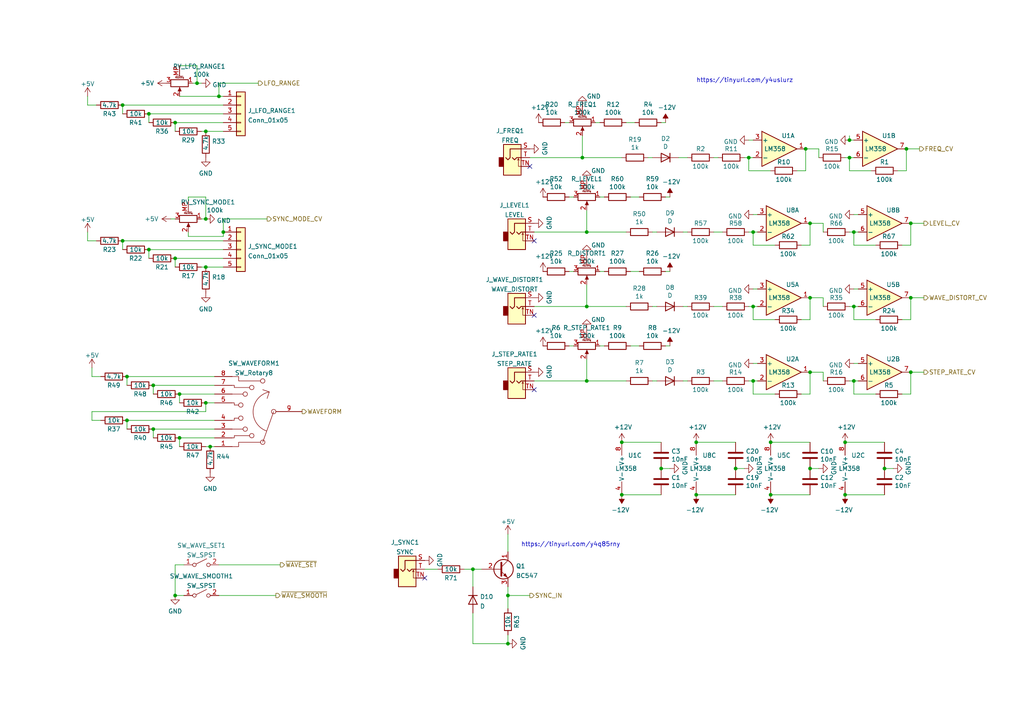
<source format=kicad_sch>
(kicad_sch (version 20211123) (generator eeschema)
  (paper "A4")
  (title_block (title "VCLFO10") (date "2022-06-29") (rev "1.0") (company "RobotDialogs"))
  (lib_symbols
    (symbol "Amplifier_Operational:LM358" (pin_names (offset 0.127))
      (property "Reference" "U" (at 0 5.08 0))
      (property "Value" "LM358" (at 0 -5.08 0))
      (symbol "LM358_1_1"
        (pin output line (at 7.62 0 180) (length 2.54) (name "~") (number "1"))
        (pin input line (at -7.62 -2.54 0) (length 2.54) (name "-") (number "2"))
        (pin input line (at -7.62 2.54 0) (length 2.54) (name "+") (number "3"))
      )
      (symbol "LM358_2_1"
        (pin input line (at -7.62 2.54 0) (length 2.54) (name "+") (number "5"))
        (pin input line (at -7.62 -2.54 0) (length 2.54) (name "-") (number "6"))
        (pin output line (at 7.62 0 180) (length 2.54) (name "~") (number "7"))
      )
      (symbol "LM358_3_1"
        (pin power_in line (at -2.54 -7.62 90) (length 3.81) (name "V-") (number "4"))
        (pin power_in line (at -2.54 7.62 270) (length 3.81) (name "V+") (number "8"))
      )
    )
    (symbol "Connector:AudioJack2_SwitchT"
      (property "Reference" "J" (at 0 8.89 0))
      (property "Value" "AudioJack2_SwitchT" (at 0 6.35 0))
      (symbol "AudioJack2_SwitchT_1_1"
        (pin passive line (at 5.08 2.54 180) (length 2.54) (name "~") (number "S"))
        (pin passive line (at 5.08 0 180) (length 2.54) (name "~") (number "T"))
        (pin passive line (at 5.08 -2.54 180) (length 2.54) (name "~") (number "TN"))
      )
    )
    (symbol "Connector_Generic:Conn_01x05" (pin_names (offset 1.016) hide)
      (property "Reference" "J" (at 0 7.62 0))
      (property "Value" "Conn_01x05" (at 0 -7.62 0))
      (symbol "Conn_01x05_1_1"
        (pin passive line (at -5.08 5.08 0) (length 3.81) (name "Pin_1") (number "1"))
        (pin passive line (at -5.08 2.54 0) (length 3.81) (name "Pin_2") (number "2"))
        (pin passive line (at -5.08 0 0) (length 3.81) (name "Pin_3") (number "3"))
        (pin passive line (at -5.08 -2.54 0) (length 3.81) (name "Pin_4") (number "4"))
        (pin passive line (at -5.08 -5.08 0) (length 3.81) (name "Pin_5") (number "5"))
      )
    )
    (symbol "Device:C" (pin_numbers hide) (pin_names (offset 0.254))
      (property "Reference" "C" (at 0.635 2.54 0))
      (property "Value" "C" (at 0.635 -2.54 0))
      (symbol "C_1_1"
        (pin passive line (at 0 3.81 270) (length 2.794) (name "~") (number "1"))
        (pin passive line (at 0 -3.81 90) (length 2.794) (name "~") (number "2"))
      )
    )
    (symbol "Device:D" (pin_numbers hide) (pin_names (offset 1.016) hide)
      (property "Reference" "D" (at 0 2.54 0))
      (property "Value" "D" (at 0 -2.54 0))
      (symbol "D_1_1"
        (pin passive line (at -3.81 0 0) (length 2.54) (name "K") (number "1"))
        (pin passive line (at 3.81 0 180) (length 2.54) (name "A") (number "2"))
      )
    )
    (symbol "Device:R" (pin_numbers hide) (pin_names (offset 0))
      (property "Reference" "R" (at 2.032 0 90))
      (property "Value" "R" (at 0 0 90))
      (symbol "R_1_1"
        (pin passive line (at 0 3.81 270) (length 1.27) (name "~") (number "1"))
        (pin passive line (at 0 -3.81 90) (length 1.27) (name "~") (number "2"))
      )
    )
    (symbol "Device:R_Potentiometer_MountingPin" (pin_names (offset 1.016) hide)
      (property "Reference" "RV" (at -8.255 0 90))
      (property "Value" "R_Potentiometer_MountingPin" (at -6.35 0 90))
      (symbol "R_Potentiometer_MountingPin_1_1"
        (text "Mounting" (at -1.651 0 900) (effects (font (size 0.381 0.381))))
        (pin passive line (at 0 3.81 270) (length 1.27) (name "1") (number "1"))
        (pin passive line (at 3.81 0 180) (length 1.27) (name "2") (number "2"))
        (pin passive line (at 0 -3.81 90) (length 1.27) (name "3") (number "3"))
        (pin passive line (at -5.08 0 0) (length 3.048) (name "MountPin") (number "MP"))
      )
    )
    (symbol "My Stuff:SW_Rotary8" (pin_names (offset 1.016) hide)
      (property "Reference" "SW" (at 0 12.7 0))
      (property "Value" "SW_Rotary8" (at -0.254 -12.954 0))
      (symbol "SW_Rotary8_0_1"
        (pin passive line (at 10.16 10.16 180) (length 5.08) (name "1") (number "1"))
        (pin passive line (at 10.16 7.62 180) (length 5.08) (name "2") (number "2"))
        (pin passive line (at 10.16 5.08 180) (length 5.08) (name "3") (number "3"))
        (pin passive line (at 10.16 2.54 180) (length 5.08) (name "4") (number "4"))
        (pin passive line (at 10.16 -2.54 180) (length 5.08) (name "5") (number "5"))
        (pin passive line (at 10.16 -5.08 180) (length 5.08) (name "6") (number "6"))
        (pin passive line (at 10.16 -7.62 180) (length 5.08) (name "7") (number "7"))
        (pin passive line (at 10.16 -10.16 180) (length 5.08) (name "8") (number "8"))
        (pin passive line (at -15.24 0 0) (length 7.62) (name "9") (number "9"))
      )
    )
    (symbol "Switch:SW_SPST" (pin_names (offset 0) hide)
      (property "Reference" "SW" (at 0 3.175 0))
      (property "Value" "SW_SPST" (at 0 -2.54 0))
      (symbol "SW_SPST_1_1"
        (pin passive line (at -5.08 0 0) (length 2.54) (name "A") (number "1"))
        (pin passive line (at 5.08 0 180) (length 2.54) (name "B") (number "2"))
      )
    )
    (symbol "Transistor_BJT:BC547" (pin_names (offset 0) hide)
      (property "Reference" "Q" (at 5.08 1.905 0))
      (property "Value" "BC547" (at 5.08 0 0))
      (symbol "BC547_1_1"
        (pin passive line (at 2.54 5.08 270) (length 2.54) (name "C") (number "1"))
        (pin input line (at -5.08 0 0) (length 5.08) (name "B") (number "2"))
        (pin passive line (at 2.54 -5.08 90) (length 2.54) (name "E") (number "3"))
      )
    )
    (symbol "power:+12V" (power) (pin_names (offset 0))
      (property "Value" "+12V" (at 0 3.556 0))
      (symbol "+12V_1_1"
        (pin power_in line (at 0 0 90) (length 0) hide (name "+12V") (number "1"))
      )
    )
    (symbol "power:+5V" (power) (pin_names (offset 0))
      (property "Value" "+5V" (at 0 3.556 0))
      (symbol "+5V_1_1"
        (pin power_in line (at 0 0 90) (length 0) hide (name "+5V") (number "1"))
      )
    )
    (symbol "power:-12V" (power) (pin_names (offset 0))
      (property "Value" "-12V" (at 0 3.81 0))
      (symbol "-12V_0_0"
        (pin power_in line (at 0 0 90) (length 0) hide (name "-12V") (number "1"))
      )
    )
    (symbol "power:GND" (power) (pin_names (offset 0))
      (property "Value" "GND" (at 0 -3.81 0))
      (symbol "GND_1_1"
        (pin power_in line (at 0 0 270) (length 0) hide (name "GND") (number "1"))
      )
    )
  )
  (junction (at 43.18 33.02))
  (junction (at 170.18 110.49))
  (junction (at 59.69 77.47))
  (junction (at 218.44 67.31))
  (junction (at 262.89 43.18))
  (junction (at 191.77 135.89))
  (junction (at 223.52 143.51))
  (junction (at 63.5 27.94))
  (junction (at 246.38 40.64))
  (junction (at 201.93 128.27))
  (junction (at 36.83 121.92))
  (junction (at 234.95 107.95))
  (junction (at 147.32 172.72))
  (junction (at 60.96 129.54))
  (junction (at 43.18 72.39))
  (junction (at 52.07 127))
  (junction (at 234.95 135.89))
  (junction (at 218.44 110.49))
  (junction (at 35.56 69.85))
  (junction (at 44.45 124.46))
  (junction (at 147.32 186.69))
  (junction (at 180.34 128.27))
  (junction (at 44.45 111.76))
  (junction (at 36.83 109.22))
  (junction (at 264.16 107.95))
  (junction (at 35.56 30.48))
  (junction (at 256.54 135.89))
  (junction (at 180.34 143.51))
  (junction (at 64.77 67.31))
  (junction (at 247.65 67.31))
  (junction (at 52.07 114.3))
  (junction (at 50.8 35.56))
  (junction (at 57.15 24.13))
  (junction (at 213.36 135.89))
  (junction (at 168.91 45.72))
  (junction (at 50.8 172.72))
  (junction (at 59.69 38.1))
  (junction (at 247.65 88.9))
  (junction (at 264.16 86.36))
  (junction (at 59.69 116.84))
  (junction (at 245.11 143.51))
  (junction (at 223.52 128.27))
  (junction (at 137.16 165.1))
  (junction (at 234.95 64.77))
  (junction (at 217.17 45.72))
  (junction (at 233.68 43.18))
  (junction (at 59.69 63.5))
  (junction (at 246.38 45.72))
  (junction (at 50.8 74.93))
  (junction (at 170.18 67.31))
  (junction (at 218.44 88.9))
  (junction (at 234.95 86.36))
  (junction (at 201.93 143.51))
  (junction (at 245.11 128.27))
  (junction (at 170.18 88.9))
  (junction (at 247.65 110.49))
  (junction (at 264.16 64.77))
  (no_connect (at 123.19 167.64))
  (no_connect (at 154.94 69.85))
  (no_connect (at 154.94 113.03))
  (no_connect (at 154.94 91.44))
  (no_connect (at 153.67 48.26))
  (wire (pts (xy 64.77 68.58) (xy 64.77 67.31)))
  (wire (pts (xy 43.18 72.39) (xy 43.18 74.93)))
  (wire (pts (xy 64.77 38.1) (xy 59.69 38.1)))
  (wire (pts (xy 264.16 114.3) (xy 261.62 114.3)))
  (wire (pts (xy 264.16 64.77) (xy 267.97 64.77)))
  (wire (pts (xy 168.91 45.72) (xy 180.34 45.72)))
  (wire (pts (xy 247.65 105.41) (xy 248.92 105.41)))
  (wire (pts (xy 264.16 71.12) (xy 261.62 71.12)))
  (wire (pts (xy 54.61 67.31) (xy 54.61 68.58)))
  (wire (pts (xy 218.44 62.23) (xy 219.71 62.23)))
  (wire (pts (xy 170.18 110.49) (xy 181.61 110.49)))
  (wire (pts (xy 234.95 86.36) (xy 238.76 86.36)))
  (wire (pts (xy 63.5 27.94) (xy 64.77 27.94)))
  (wire (pts (xy 245.11 45.72) (xy 246.38 45.72)))
  (wire (pts (xy 59.69 116.84) (xy 62.23 116.84)))
  (wire (pts (xy 246.38 67.31) (xy 247.65 67.31)))
  (wire (pts (xy 44.45 124.46) (xy 44.45 127)))
  (wire (pts (xy 252.73 49.53) (xy 246.38 49.53)))
  (wire (pts (xy 262.89 43.18) (xy 266.7 43.18)))
  (wire (pts (xy 59.69 129.54) (xy 60.96 129.54)))
  (wire (pts (xy 134.62 165.1) (xy 137.16 165.1)))
  (wire (pts (xy 64.77 35.56) (xy 50.8 35.56)))
  (wire (pts (xy 172.72 35.56) (xy 173.99 35.56)))
  (wire (pts (xy 234.95 92.71) (xy 232.41 92.71)))
  (wire (pts (xy 52.07 114.3) (xy 62.23 114.3)))
  (wire (pts (xy 254 71.12) (xy 247.65 71.12)))
  (wire (pts (xy 137.16 170.18) (xy 137.16 165.1)))
  (wire (pts (xy 264.16 86.36) (xy 267.97 86.36)))
  (wire (pts (xy 207.01 88.9) (xy 209.55 88.9)))
  (wire (pts (xy 217.17 45.72) (xy 218.44 45.72)))
  (wire (pts (xy 247.65 71.12) (xy 247.65 67.31)))
  (wire (pts (xy 154.94 67.31) (xy 170.18 67.31)))
  (wire (pts (xy 207.01 45.72) (xy 208.28 45.72)))
  (wire (pts (xy 36.83 109.22) (xy 62.23 109.22)))
  (wire (pts (xy 223.52 143.51) (xy 234.95 143.51)))
  (wire (pts (xy 63.5 24.13) (xy 63.5 27.94)))
  (wire (pts (xy 234.95 71.12) (xy 232.41 71.12)))
  (wire (pts (xy 168.91 39.37) (xy 168.91 45.72)))
  (wire (pts (xy 238.76 107.95) (xy 238.76 110.49)))
  (wire (pts (xy 52.07 19.05) (xy 57.15 19.05)))
  (wire (pts (xy 198.12 88.9) (xy 199.39 88.9)))
  (wire (pts (xy 154.94 88.9) (xy 170.18 88.9)))
  (wire (pts (xy 147.32 172.72) (xy 147.32 176.53)))
  (wire (pts (xy 223.52 49.53) (xy 217.17 49.53)))
  (wire (pts (xy 64.77 30.48) (xy 35.56 30.48)))
  (wire (pts (xy 246.38 40.64) (xy 247.65 40.64)))
  (wire (pts (xy 218.44 67.31) (xy 219.71 67.31)))
  (wire (pts (xy 187.96 45.72) (xy 189.23 45.72)))
  (wire (pts (xy 189.23 110.49) (xy 190.5 110.49)))
  (wire (pts (xy 44.45 111.76) (xy 62.23 111.76)))
  (wire (pts (xy 246.38 45.72) (xy 247.65 45.72)))
  (wire (pts (xy 218.44 92.71) (xy 218.44 88.9)))
  (wire (pts (xy 191.77 135.89) (xy 194.31 135.89)))
  (wire (pts (xy 154.94 110.49) (xy 170.18 110.49)))
  (wire (pts (xy 181.61 35.56) (xy 184.15 35.56)))
  (wire (pts (xy 201.93 143.51) (xy 213.36 143.51)))
  (wire (pts (xy 52.07 27.94) (xy 63.5 27.94)))
  (wire (pts (xy 63.5 172.72) (xy 80.01 172.72)))
  (wire (pts (xy 26.67 121.92) (xy 29.21 121.92)))
  (wire (pts (xy 215.9 45.72) (xy 217.17 45.72)))
  (wire (pts (xy 234.95 86.36) (xy 234.95 92.71)))
  (wire (pts (xy 64.77 77.47) (xy 59.69 77.47)))
  (wire (pts (xy 217.17 88.9) (xy 218.44 88.9)))
  (wire (pts (xy 180.34 128.27) (xy 191.77 128.27)))
  (wire (pts (xy 137.16 186.69) (xy 137.16 177.8)))
  (wire (pts (xy 170.18 82.55) (xy 170.18 88.9)))
  (wire (pts (xy 246.38 49.53) (xy 246.38 45.72)))
  (wire (pts (xy 54.61 68.58) (xy 64.77 68.58)))
  (wire (pts (xy 194.31 78.74) (xy 193.04 78.74)))
  (wire (pts (xy 26.67 121.92) (xy 26.67 119.38)))
  (wire (pts (xy 256.54 135.89) (xy 259.08 135.89)))
  (wire (pts (xy 234.95 107.95) (xy 238.76 107.95)))
  (wire (pts (xy 217.17 67.31) (xy 218.44 67.31)))
  (wire (pts (xy 247.65 67.31) (xy 248.92 67.31)))
  (wire (pts (xy 43.18 33.02) (xy 43.18 35.56)))
  (wire (pts (xy 54.61 57.15) (xy 59.69 57.15)))
  (wire (pts (xy 245.11 128.27) (xy 256.54 128.27)))
  (wire (pts (xy 247.65 62.23) (xy 248.92 62.23)))
  (wire (pts (xy 193.04 35.56) (xy 191.77 35.56)))
  (wire (pts (xy 123.19 165.1) (xy 127 165.1)))
  (wire (pts (xy 173.99 78.74) (xy 175.26 78.74)))
  (wire (pts (xy 58.42 24.13) (xy 57.15 24.13)))
  (wire (pts (xy 170.18 67.31) (xy 181.61 67.31)))
  (wire (pts (xy 218.44 114.3) (xy 218.44 110.49)))
  (wire (pts (xy 264.16 92.71) (xy 261.62 92.71)))
  (wire (pts (xy 246.38 110.49) (xy 247.65 110.49)))
  (wire (pts (xy 246.38 88.9) (xy 247.65 88.9)))
  (wire (pts (xy 213.36 135.89) (xy 215.9 135.89)))
  (wire (pts (xy 264.16 64.77) (xy 264.16 71.12)))
  (wire (pts (xy 246.38 39.37) (xy 246.38 40.64)))
  (wire (pts (xy 224.79 92.71) (xy 218.44 92.71)))
  (wire (pts (xy 238.76 86.36) (xy 238.76 88.9)))
  (wire (pts (xy 64.77 63.5) (xy 64.77 67.31)))
  (wire (pts (xy 247.65 88.9) (xy 248.92 88.9)))
  (wire (pts (xy 198.12 67.31) (xy 199.39 67.31)))
  (wire (pts (xy 234.95 114.3) (xy 232.41 114.3)))
  (wire (pts (xy 218.44 105.41) (xy 219.71 105.41)))
  (wire (pts (xy 36.83 121.92) (xy 62.23 121.92)))
  (wire (pts (xy 182.88 100.33) (xy 185.42 100.33)))
  (wire (pts (xy 234.95 64.77) (xy 234.95 71.12)))
  (wire (pts (xy 170.18 104.14) (xy 170.18 110.49)))
  (wire (pts (xy 50.8 163.83) (xy 50.8 172.72)))
  (wire (pts (xy 217.17 40.64) (xy 218.44 40.64)))
  (wire (pts (xy 25.4 67.31) (xy 25.4 69.85)))
  (wire (pts (xy 50.8 35.56) (xy 50.8 38.1)))
  (wire (pts (xy 36.83 109.22) (xy 36.83 111.76)))
  (wire (pts (xy 147.32 170.18) (xy 147.32 172.72)))
  (wire (pts (xy 53.34 163.83) (xy 50.8 163.83)))
  (wire (pts (xy 264.16 107.95) (xy 264.16 114.3)))
  (wire (pts (xy 64.77 74.93) (xy 50.8 74.93)))
  (wire (pts (xy 59.69 38.1) (xy 58.42 38.1)))
  (wire (pts (xy 147.32 154.94) (xy 147.32 160.02)))
  (wire (pts (xy 63.5 163.83) (xy 81.28 163.83)))
  (wire (pts (xy 64.77 72.39) (xy 43.18 72.39)))
  (wire (pts (xy 218.44 88.9) (xy 219.71 88.9)))
  (wire (pts (xy 234.95 107.95) (xy 234.95 114.3)))
  (wire (pts (xy 64.77 69.85) (xy 35.56 69.85)))
  (wire (pts (xy 173.99 57.15) (xy 175.26 57.15)))
  (wire (pts (xy 233.68 43.18) (xy 237.49 43.18)))
  (wire (pts (xy 262.89 49.53) (xy 260.35 49.53)))
  (wire (pts (xy 50.8 74.93) (xy 50.8 77.47)))
  (wire (pts (xy 217.17 110.49) (xy 218.44 110.49)))
  (wire (pts (xy 234.95 135.89) (xy 237.49 135.89)))
  (wire (pts (xy 52.07 127) (xy 62.23 127)))
  (wire (pts (xy 59.69 57.15) (xy 59.69 63.5)))
  (wire (pts (xy 163.83 35.56) (xy 165.1 35.56)))
  (wire (pts (xy 26.67 109.22) (xy 29.21 109.22)))
  (wire (pts (xy 26.67 119.38) (xy 59.69 119.38)))
  (wire (pts (xy 245.11 143.51) (xy 256.54 143.51)))
  (wire (pts (xy 201.93 128.27) (xy 213.36 128.27)))
  (wire (pts (xy 264.16 86.36) (xy 264.16 92.71)))
  (wire (pts (xy 74.93 24.13) (xy 63.5 24.13)))
  (wire (pts (xy 26.67 106.68) (xy 26.67 109.22)))
  (wire (pts (xy 254 114.3) (xy 247.65 114.3)))
  (wire (pts (xy 165.1 57.15) (xy 166.37 57.15)))
  (wire (pts (xy 59.69 77.47) (xy 58.42 77.47)))
  (wire (pts (xy 147.32 184.15) (xy 147.32 186.69)))
  (wire (pts (xy 57.15 19.05) (xy 57.15 24.13)))
  (wire (pts (xy 25.4 30.48) (xy 27.94 30.48)))
  (wire (pts (xy 254 92.71) (xy 247.65 92.71)))
  (wire (pts (xy 50.8 172.72) (xy 53.34 172.72)))
  (wire (pts (xy 207.01 110.49) (xy 209.55 110.49)))
  (wire (pts (xy 153.67 45.72) (xy 168.91 45.72)))
  (wire (pts (xy 194.31 100.33) (xy 193.04 100.33)))
  (wire (pts (xy 224.79 114.3) (xy 218.44 114.3)))
  (wire (pts (xy 247.65 110.49) (xy 248.92 110.49)))
  (wire (pts (xy 182.88 78.74) (xy 185.42 78.74)))
  (wire (pts (xy 218.44 71.12) (xy 218.44 67.31)))
  (wire (pts (xy 233.68 43.18) (xy 233.68 49.53)))
  (wire (pts (xy 77.47 63.5) (xy 64.77 63.5)))
  (wire (pts (xy 198.12 110.49) (xy 199.39 110.49)))
  (wire (pts (xy 64.77 33.02) (xy 43.18 33.02)))
  (wire (pts (xy 25.4 69.85) (xy 27.94 69.85)))
  (wire (pts (xy 170.18 60.96) (xy 170.18 67.31)))
  (wire (pts (xy 218.44 110.49) (xy 219.71 110.49)))
  (wire (pts (xy 262.89 43.18) (xy 262.89 49.53)))
  (wire (pts (xy 165.1 78.74) (xy 166.37 78.74)))
  (wire (pts (xy 36.83 121.92) (xy 36.83 124.46)))
  (wire (pts (xy 35.56 69.85) (xy 35.56 72.39)))
  (wire (pts (xy 44.45 111.76) (xy 44.45 114.3)))
  (wire (pts (xy 196.85 45.72) (xy 199.39 45.72)))
  (wire (pts (xy 238.76 64.77) (xy 238.76 67.31)))
  (wire (pts (xy 60.96 129.54) (xy 62.23 129.54)))
  (wire (pts (xy 52.07 114.3) (xy 52.07 116.84)))
  (wire (pts (xy 234.95 64.77) (xy 238.76 64.77)))
  (wire (pts (xy 165.1 100.33) (xy 166.37 100.33)))
  (wire (pts (xy 137.16 165.1) (xy 139.7 165.1)))
  (wire (pts (xy 52.07 127) (xy 52.07 129.54)))
  (wire (pts (xy 247.65 92.71) (xy 247.65 88.9)))
  (wire (pts (xy 59.69 116.84) (xy 59.69 119.38)))
  (wire (pts (xy 173.99 100.33) (xy 175.26 100.33)))
  (wire (pts (xy 44.45 124.46) (xy 62.23 124.46)))
  (wire (pts (xy 182.88 57.15) (xy 185.42 57.15)))
  (wire (pts (xy 207.01 67.31) (xy 209.55 67.31)))
  (wire (pts (xy 25.4 27.94) (xy 25.4 30.48)))
  (wire (pts (xy 147.32 172.72) (xy 153.67 172.72)))
  (wire (pts (xy 49.53 63.5) (xy 50.8 63.5)))
  (wire (pts (xy 223.52 128.27) (xy 234.95 128.27)))
  (wire (pts (xy 224.79 71.12) (xy 218.44 71.12)))
  (wire (pts (xy 233.68 49.53) (xy 231.14 49.53)))
  (wire (pts (xy 55.88 24.13) (xy 57.15 24.13)))
  (wire (pts (xy 54.61 58.42) (xy 54.61 57.15)))
  (wire (pts (xy 247.65 114.3) (xy 247.65 110.49)))
  (wire (pts (xy 247.65 83.82) (xy 248.92 83.82)))
  (wire (pts (xy 217.17 49.53) (xy 217.17 45.72)))
  (wire (pts (xy 264.16 107.95) (xy 267.97 107.95)))
  (wire (pts (xy 35.56 30.48) (xy 35.56 33.02)))
  (wire (pts (xy 58.42 63.5) (xy 59.69 63.5)))
  (wire (pts (xy 218.44 83.82) (xy 219.71 83.82)))
  (wire (pts (xy 170.18 88.9) (xy 181.61 88.9)))
  (wire (pts (xy 147.32 186.69) (xy 137.16 186.69)))
  (wire (pts (xy 189.23 67.31) (xy 190.5 67.31)))
  (wire (pts (xy 180.34 143.51) (xy 191.77 143.51)))
  (wire (pts (xy 189.23 88.9) (xy 190.5 88.9)))
  (wire (pts (xy 194.31 57.15) (xy 193.04 57.15)))
  (wire (pts (xy 237.49 43.18) (xy 237.49 45.72)))
  (text "https://tinyurl.com/y4uslurz" (at 201.93 24.13 0) (effects (font (size 1.27 1.27)) (justify left bottom)))
  (text "https://tinyurl.com/y4q85rny" (at 151.13 158.75 0) (effects (font (size 1.27 1.27)) (justify left bottom)))
  (hierarchical_label "~{WAVE_SET}" (shape output) (at 81.28 163.83 0))
  (hierarchical_label "FREQ_CV" (shape output) (at 266.7 43.18 0))
  (hierarchical_label "SYNC_MODE_CV" (shape output) (at 77.47 63.5 0))
  (hierarchical_label "WAVE_DISTORT_CV" (shape output) (at 267.97 86.36 0))
  (hierarchical_label "STEP_RATE_CV" (shape output) (at 267.97 107.95 0))
  (hierarchical_label "SYNC_IN" (shape output) (at 153.67 172.72 0))
  (hierarchical_label "WAVEFORM" (shape output) (at 87.63 119.38 0))
  (hierarchical_label "LFO_RANGE" (shape output) (at 74.93 24.13 0))
  (hierarchical_label "LEVEL_CV" (shape output) (at 267.97 64.77 0))
  (hierarchical_label "~{WAVE_SMOOTH}" (shape output) (at 80.01 172.72 0))
  (symbol (lib_id "Connector_Generic:Conn_01x05") (at 69.85 72.39 0) (unit 1)
    (property "Reference" "J_SYNC_MODE1" (at 71.882 71.4815 0) (effects (justify left)))
    (property "Value" "Conn_01x05" (at 71.882 74.2566 0) (effects (justify left)))
    (property "Footprint" "My Stuff:PinSocket_1x05_P2.54mm_Horizontal_no_silkscreen" (effects hide))
  )
  (symbol (lib_id "power:GND") (at 247.65 62.23 270) (unit 1)
    (property "Reference" "#PWR045" (effects hide))
    (property "Value" "GND" (at 244.4751 62.709 90) (effects (justify right)))
  )
  (symbol (lib_id "Device:R") (at 48.26 114.3 270) (mirror x) (unit 1)
    (property "Reference" "R46" (at 48.26 116.84 90))
    (property "Value" "10k" (at 48.26 114.3 90))
    (property "Footprint" "Resistor_SMD:R_1206_3216Metric_Pad1.30x1.75mm_HandSolder" (effects hide))
  )
  (symbol (lib_id "Device:R") (at 161.29 57.15 90) (unit 1)
    (property "Reference" "R52" (at 161.29 51.8922 90))
    (property "Value" "10k" (at 161.29 54.2036 90))
    (property "Footprint" "Resistor_SMD:R_1206_3216Metric_Pad1.30x1.75mm_HandSolder" (effects hide))
  )
  (symbol (lib_id "Device:R") (at 203.2 45.72 270) (unit 1)
    (property "Reference" "R2" (at 203.2 43.18 90))
    (property "Value" "100k" (at 203.2 48.26 90))
    (property "Footprint" "Resistor_SMD:R_1206_3216Metric_Pad1.30x1.75mm_HandSolder" (effects hide))
  )
  (symbol (lib_id "Device:R") (at 256.54 49.53 270) (unit 1)
    (property "Reference" "R1" (at 256.54 46.99 90))
    (property "Value" "100k" (at 256.54 52.07 90))
    (property "Footprint" "Resistor_SMD:R_1206_3216Metric_Pad1.30x1.75mm_HandSolder" (effects hide))
  )
  (symbol (lib_id "power:+5V") (at 48.26 24.13 90) (mirror x) (unit 1)
    (property "Reference" "#PWR020" (effects hide))
    (property "Value" "+5V" (at 40.64 24.13 90) (effects (justify right)))
  )
  (symbol (lib_id "Device:R") (at 179.07 78.74 90) (unit 1)
    (property "Reference" "R27" (at 179.07 73.4822 90))
    (property "Value" "100k" (at 179.07 75.7936 90))
    (property "Footprint" "Resistor_SMD:R_1206_3216Metric_Pad1.30x1.75mm_HandSolder" (effects hide))
  )
  (symbol (lib_id "Device:R") (at 242.57 67.31 270) (unit 1)
    (property "Reference" "R66" (at 242.57 64.77 90))
    (property "Value" "100k" (at 242.57 69.85 90))
    (property "Footprint" "Resistor_SMD:R_1206_3216Metric_Pad1.30x1.75mm_HandSolder" (effects hide))
  )
  (symbol (lib_id "Device:R") (at 46.99 35.56 270) (mirror x) (unit 1)
    (property "Reference" "R36" (at 46.99 38.1 90))
    (property "Value" "10k" (at 46.99 35.56 90))
    (property "Footprint" "Resistor_SMD:R_1206_3216Metric_Pad1.30x1.75mm_HandSolder" (effects hide))
  )
  (symbol (lib_id "Device:D") (at 194.31 88.9 180) (unit 1)
    (property "Reference" "D8" (at 194.31 83.3882 0))
    (property "Value" "D" (at 194.31 85.6996 0))
    (property "Footprint" "Diode_THT:D_A-405_P7.62mm_Horizontal" (effects hide))
  )
  (symbol (lib_id "Device:R") (at 213.36 88.9 270) (unit 1)
    (property "Reference" "R38" (at 213.36 86.36 90))
    (property "Value" "100k" (at 213.36 91.44 90))
    (property "Footprint" "Resistor_SMD:R_1206_3216Metric_Pad1.30x1.75mm_HandSolder" (effects hide))
  )
  (symbol (lib_id "Amplifier_Operational:LM358") (at 247.65 135.89 0) (unit 3)
    (property "Reference" "U2" (at 248.92 132.08 0))
    (property "Value" "LM358" (at 246.38 135.89 0))
    (property "Footprint" "Package_DIP:DIP-8_W7.62mm_Socket_LongPads" (effects hide))
    (property "Datasheet" "http://www.ti.com/lit/ds/symlink/lm2904-n.pdf" (effects hide))
  )
  (symbol (lib_id "Device:R") (at 59.69 41.91 0) (mirror y) (unit 1)
    (property "Reference" "R33" (at 61.468 41.0015 0) (effects (justify right)))
    (property "Value" "4.7k" (at 59.69 39.37 90) (effects (justify right)))
    (property "Footprint" "Resistor_SMD:R_1206_3216Metric_Pad1.30x1.75mm_HandSolder" (effects hide))
  )
  (symbol (lib_id "power:GND") (at 154.94 64.77 90) (unit 1)
    (property "Reference" "#PWR057" (effects hide))
    (property "Value" "GND" (at 159.3342 64.643 0))
  )
  (symbol (lib_id "power:+5V") (at 147.32 154.94 0) (mirror y) (unit 1)
    (property "Reference" "#PWR016" (effects hide))
    (property "Value" "+5V" (at 147.32 151.3355 0))
  )
  (symbol (lib_id "Connector:AudioJack2_SwitchT") (at 149.86 67.31 0) (unit 1)
    (property "Reference" "J_LEVEL1" (at 149.225 59.5335 0))
    (property "Value" "LEVEL" (at 149.225 62.3086 0))
    (property "Footprint" "My Stuff:Jack_3.5mm_MJ-355W_and_PJ398SM_Vertical" (effects hide))
  )
  (symbol (lib_id "Device:R") (at 59.69 81.28 0) (mirror y) (unit 1)
    (property "Reference" "R18" (at 61.468 80.3715 0) (effects (justify right)))
    (property "Value" "4.7k" (at 59.69 78.74 90) (effects (justify right)))
    (property "Footprint" "Resistor_SMD:R_1206_3216Metric_Pad1.30x1.75mm_HandSolder" (effects hide))
  )
  (symbol (lib_id "Device:R") (at 212.09 45.72 270) (unit 1)
    (property "Reference" "R11" (at 212.09 43.18 90))
    (property "Value" "100k" (at 212.09 48.26 90))
    (property "Footprint" "Resistor_SMD:R_1206_3216Metric_Pad1.30x1.75mm_HandSolder" (effects hide))
  )
  (symbol (lib_id "Device:R_Potentiometer_MountingPin") (at 168.91 35.56 270) (unit 1)
    (property "Reference" "R_FREQ1" (at 168.91 30.3022 90))
    (property "Value" "100k" (at 168.91 32.6136 90))
    (property "Footprint" "My Stuff:Potentiometer_Alpha_RD901F-40-00D_Single_Vertical_w_3d" (effects hide))
  )
  (symbol (lib_id "Connector:AudioJack2_SwitchT") (at 148.59 45.72 0) (unit 1)
    (property "Reference" "J_FREQ1" (at 147.955 37.9435 0))
    (property "Value" "FREQ" (at 147.955 40.7186 0))
    (property "Footprint" "My Stuff:Jack_3.5mm_MJ-355W_and_PJ398SM_Vertical" (effects hide))
  )
  (symbol (lib_id "Device:R") (at 213.36 110.49 270) (unit 1)
    (property "Reference" "R14" (at 213.36 107.95 90))
    (property "Value" "100k" (at 213.36 113.03 90))
    (property "Footprint" "Resistor_SMD:R_1206_3216Metric_Pad1.30x1.75mm_HandSolder" (effects hide))
  )
  (symbol (lib_id "Device:C") (at 256.54 139.7 180) (unit 1)
    (property "Reference" "C2" (at 259.461 138.5316 0) (effects (justify right)))
    (property "Value" "10nF" (at 259.461 140.843 0) (effects (justify right)))
    (property "Footprint" "Capacitor_SMD:C_1206_3216Metric_Pad1.33x1.80mm_HandSolder" (effects hide))
  )
  (symbol (lib_id "Device:R") (at 55.88 129.54 270) (mirror x) (unit 1)
    (property "Reference" "R47" (at 55.88 132.08 90))
    (property "Value" "10k" (at 55.88 129.54 90))
    (property "Footprint" "Resistor_SMD:R_1206_3216Metric_Pad1.30x1.75mm_HandSolder" (effects hide))
  )
  (symbol (lib_id "power:GND") (at 170.18 52.07 180) (unit 1)
    (property "Reference" "#PWR054" (effects hide))
    (property "Value" "GND" (at 171.45 49.53 0) (effects (justify right)))
  )
  (symbol (lib_id "power:-12V") (at 180.34 143.51 180) (unit 1)
    (property "Reference" "#PWR026" (effects hide))
    (property "Value" "-12V" (at 179.959 147.9042 0))
  )
  (symbol (lib_id "power:GND") (at 194.31 135.89 90) (unit 1)
    (property "Reference" "#PWR027" (effects hide))
    (property "Value" "GND" (at 198.7042 135.763 0))
  )
  (symbol (lib_id "power:+12V") (at 223.52 128.27 0) (unit 1)
    (property "Reference" "#PWR039" (effects hide))
    (property "Value" "+12V" (at 223.901 123.8758 0))
  )
  (symbol (lib_id "Amplifier_Operational:LM358") (at 256.54 86.36 0) (unit 2)
    (property "Reference" "U5" (at 259.08 82.55 0))
    (property "Value" "LM358" (at 255.27 86.36 0))
    (property "Footprint" "Package_DIP:DIP-8_W7.62mm_Socket_LongPads" (effects hide))
    (property "Datasheet" "http://www.ti.com/lit/ds/symlink/lm2904-n.pdf" (effects hide))
  )
  (symbol (lib_id "power:+12V") (at 180.34 128.27 0) (unit 1)
    (property "Reference" "#PWR025" (effects hide))
    (property "Value" "+12V" (at 180.721 123.8758 0))
  )
  (symbol (lib_id "Device:C") (at 191.77 139.7 180) (unit 1)
    (property "Reference" "C1" (at 194.691 138.5316 0) (effects (justify right)))
    (property "Value" "10nF" (at 194.691 140.843 0) (effects (justify right)))
    (property "Footprint" "Capacitor_SMD:C_1206_3216Metric_Pad1.33x1.80mm_HandSolder" (effects hide))
  )
  (symbol (lib_id "Device:D") (at 193.04 45.72 180) (unit 1)
    (property "Reference" "D2" (at 193.04 40.2082 0))
    (property "Value" "D" (at 193.04 42.5196 0))
    (property "Footprint" "Diode_THT:D_A-405_P7.62mm_Horizontal" (effects hide))
  )
  (symbol (lib_id "Connector:AudioJack2_SwitchT") (at 149.86 88.9 0) (unit 1)
    (property "Reference" "J_WAVE_DISTORT1" (at 149.225 81.1235 0))
    (property "Value" "WAVE_DISTORT" (at 149.225 83.8986 0))
    (property "Footprint" "My Stuff:Jack_3.5mm_MJ-355W_and_PJ398SM_Vertical" (effects hide))
  )
  (symbol (lib_id "Device:C") (at 213.36 132.08 180) (unit 1)
    (property "Reference" "C20" (at 216.281 130.9116 0) (effects (justify right)))
    (property "Value" "10nF" (at 216.281 133.223 0) (effects (justify right)))
    (property "Footprint" "Capacitor_SMD:C_1206_3216Metric_Pad1.33x1.80mm_HandSolder" (effects hide))
  )
  (symbol (lib_id "Device:D") (at 194.31 110.49 180) (unit 1)
    (property "Reference" "D3" (at 194.31 104.9782 0))
    (property "Value" "D" (at 194.31 107.2896 0))
    (property "Footprint" "Diode_THT:D_A-405_P7.62mm_Horizontal" (effects hide))
  )
  (symbol (lib_id "Device:R_Potentiometer_MountingPin") (at 170.18 100.33 270) (unit 1)
    (property "Reference" "R_STEP_RATE1" (at 170.18 95.0722 90))
    (property "Value" "100k" (at 170.18 97.3836 90))
    (property "Footprint" "My Stuff:Potentiometer_Alpha_RD901F-40-00D_Single_Vertical_w_3d" (effects hide))
  )
  (symbol (lib_id "Device:R") (at 257.81 92.71 270) (unit 1)
    (property "Reference" "R24" (at 257.81 90.17 90))
    (property "Value" "100k" (at 257.81 95.25 90))
    (property "Footprint" "Resistor_SMD:R_1206_3216Metric_Pad1.30x1.75mm_HandSolder" (effects hide))
  )
  (symbol (lib_id "power:+5V") (at 25.4 27.94 0) (mirror y) (unit 1)
    (property "Reference" "#PWR07" (effects hide))
    (property "Value" "+5V" (at 25.4 24.3355 0))
  )
  (symbol (lib_id "Device:R") (at 48.26 127 270) (mirror x) (unit 1)
    (property "Reference" "R45" (at 48.26 129.54 90))
    (property "Value" "10k" (at 48.26 127 90))
    (property "Footprint" "Resistor_SMD:R_1206_3216Metric_Pad1.30x1.75mm_HandSolder" (effects hide))
  )
  (symbol (lib_id "Device:R") (at 189.23 78.74 90) (unit 1)
    (property "Reference" "R26" (at 189.23 73.4822 90))
    (property "Value" "10k" (at 189.23 75.7936 90))
    (property "Footprint" "Resistor_SMD:R_1206_3216Metric_Pad1.30x1.75mm_HandSolder" (effects hide))
  )
  (symbol (lib_id "Device:R") (at 33.02 109.22 270) (mirror x) (unit 1)
    (property "Reference" "R49" (at 33.02 111.76 90))
    (property "Value" "4.7k" (at 33.02 109.22 90))
    (property "Footprint" "Resistor_SMD:R_1206_3216Metric_Pad1.30x1.75mm_HandSolder" (effects hide))
  )
  (symbol (lib_id "power:GND") (at 218.44 83.82 270) (unit 1)
    (property "Reference" "#PWR037" (effects hide))
    (property "Value" "GND" (at 215.2651 84.299 90) (effects (justify right)))
  )
  (symbol (lib_id "Amplifier_Operational:LM358") (at 226.06 43.18 0) (unit 1)
    (property "Reference" "U1" (at 228.6 39.37 0))
    (property "Value" "LM358" (at 224.79 43.18 0))
    (property "Footprint" "Package_DIP:DIP-8_W7.62mm_Socket_LongPads" (effects hide))
    (property "Datasheet" "http://www.ti.com/lit/ds/symlink/lm2904-n.pdf" (effects hide))
  )
  (symbol (lib_id "Device:R") (at 60.96 133.35 0) (mirror y) (unit 1)
    (property "Reference" "R44" (at 62.738 132.4415 0) (effects (justify right)))
    (property "Value" "4.7k" (at 60.96 130.81 90) (effects (justify right)))
    (property "Footprint" "Resistor_SMD:R_1206_3216Metric_Pad1.30x1.75mm_HandSolder" (effects hide))
  )
  (symbol (lib_id "power:GND") (at 217.17 40.64 270) (unit 1)
    (property "Reference" "#PWR035" (effects hide))
    (property "Value" "GND" (at 213.9951 41.119 90) (effects (justify right)))
  )
  (symbol (lib_id "Device:R") (at 228.6 71.12 270) (unit 1)
    (property "Reference" "R62" (at 228.6 68.58 90))
    (property "Value" "100k" (at 228.6 73.66 90))
    (property "Footprint" "Resistor_SMD:R_1206_3216Metric_Pad1.30x1.75mm_HandSolder" (effects hide))
  )
  (symbol (lib_id "power:GND") (at 123.19 162.56 90) (unit 1)
    (property "Reference" "#PWR015" (effects hide))
    (property "Value" "GND" (at 127.5842 162.433 0))
  )
  (symbol (lib_id "My Stuff:SW_Rotary8") (at 72.39 119.38 180) (unit 1)
    (property "Reference" "SW_WAVEFORM1" (at 73.66 105.3805 0))
    (property "Value" "SW_Rotary8" (at 73.66 108.1556 0))
    (property "Footprint" "My Stuff:8_position_rotary" (effects hide))
  )
  (symbol (lib_id "Device:R") (at 46.99 74.93 270) (mirror x) (unit 1)
    (property "Reference" "R21" (at 46.99 77.47 90))
    (property "Value" "10k" (at 46.99 74.93 90))
    (property "Footprint" "Resistor_SMD:R_1206_3216Metric_Pad1.30x1.75mm_HandSolder" (effects hide))
  )
  (symbol (lib_id "Device:R") (at 189.23 100.33 90) (unit 1)
    (property "Reference" "R8" (at 189.23 95.0722 90))
    (property "Value" "10k" (at 189.23 97.3836 90))
    (property "Footprint" "Resistor_SMD:R_1206_3216Metric_Pad1.30x1.75mm_HandSolder" (effects hide))
  )
  (symbol (lib_id "power:GND") (at 153.67 43.18 90) (unit 1)
    (property "Reference" "#PWR053" (effects hide))
    (property "Value" "GND" (at 158.0642 43.053 0))
  )
  (symbol (lib_id "Amplifier_Operational:LM358") (at 226.06 135.89 0) (unit 3)
    (property "Reference" "U5" (at 227.33 132.08 0))
    (property "Value" "LM358" (at 224.79 135.89 0))
    (property "Footprint" "Package_DIP:DIP-8_W7.62mm_Socket_LongPads" (effects hide))
    (property "Datasheet" "http://www.ti.com/lit/ds/symlink/lm2904-n.pdf" (effects hide))
  )
  (symbol (lib_id "power:GND") (at 218.44 105.41 270) (unit 1)
    (property "Reference" "#PWR038" (effects hide))
    (property "Value" "GND" (at 215.2651 105.889 90) (effects (justify right)))
  )
  (symbol (lib_id "Device:R") (at 130.81 165.1 270) (mirror x) (unit 1)
    (property "Reference" "R71" (at 130.81 167.64 90))
    (property "Value" "10k" (at 130.81 165.1 90))
    (property "Footprint" "Resistor_SMD:R_1206_3216Metric_Pad1.30x1.75mm_HandSolder" (effects hide))
  )
  (symbol (lib_id "Device:R") (at 161.29 78.74 90) (unit 1)
    (property "Reference" "R25" (at 161.29 73.4822 90))
    (property "Value" "10k" (at 161.29 75.7936 90))
    (property "Footprint" "Resistor_SMD:R_1206_3216Metric_Pad1.30x1.75mm_HandSolder" (effects hide))
  )
  (symbol (lib_id "Switch:SW_SPST") (at 58.42 163.83 0) (unit 1)
    (property "Reference" "SW_WAVE_SET1" (at 58.42 158.2125 0))
    (property "Value" "SW_SPST" (at 58.42 160.9876 0))
    (property "Footprint" "My Stuff:SPDT_Toggle" (effects hide))
  )
  (symbol (lib_id "power:GND") (at 59.69 45.72 0) (unit 1)
    (property "Reference" "#PWR011" (effects hide))
    (property "Value" "GND" (at 59.69 50.2825 0))
  )
  (symbol (lib_id "power:+5V") (at 25.4 67.31 0) (mirror y) (unit 1)
    (property "Reference" "#PWR08" (effects hide))
    (property "Value" "+5V" (at 25.4 63.7055 0))
  )
  (symbol (lib_id "Device:R") (at 147.32 180.34 0) (mirror y) (unit 1)
    (property "Reference" "R63" (at 149.86 180.34 90))
    (property "Value" "10k" (at 147.32 180.34 90))
    (property "Footprint" "Resistor_SMD:R_1206_3216Metric_Pad1.30x1.75mm_HandSolder" (effects hide))
  )
  (symbol (lib_id "Device:R") (at 184.15 45.72 90) (unit 1)
    (property "Reference" "R19" (at 184.15 40.4622 90))
    (property "Value" "1k" (at 184.15 42.7736 90))
    (property "Footprint" "Resistor_SMD:R_1206_3216Metric_Pad1.30x1.75mm_HandSolder" (effects hide))
  )
  (symbol (lib_id "Device:R") (at 203.2 67.31 270) (unit 1)
    (property "Reference" "R57" (at 203.2 64.77 90))
    (property "Value" "100k" (at 203.2 69.85 90))
    (property "Footprint" "Resistor_SMD:R_1206_3216Metric_Pad1.30x1.75mm_HandSolder" (effects hide))
  )
  (symbol (lib_id "power:GND") (at 58.42 24.13 90) (unit 1)
    (property "Reference" "#PWR022" (effects hide))
    (property "Value" "GND" (at 61.595 24.609 90) (effects (justify right)))
  )
  (symbol (lib_id "power:+5V") (at 49.53 63.5 90) (mirror x) (unit 1)
    (property "Reference" "#PWR055" (effects hide))
    (property "Value" "+5V" (at 41.91 63.5 90) (effects (justify right)))
  )
  (symbol (lib_id "Device:R_Potentiometer_MountingPin") (at 52.07 24.13 270) (unit 1)
    (property "Reference" "RV_LFO_RANGE1" (at 57.7797 19.2743 90))
    (property "Value" "100k" (at 58.42 21.59 90))
    (property "Footprint" "My Stuff:Potentiometer_Alpha_RD901F-40-00D_Single_Vertical_w_3d" (effects hide))
  )
  (symbol (lib_id "Device:R") (at 54.61 77.47 270) (mirror x) (unit 1)
    (property "Reference" "R17" (at 54.61 80.01 90))
    (property "Value" "10k" (at 54.61 77.47 90))
    (property "Footprint" "Resistor_SMD:R_1206_3216Metric_Pad1.30x1.75mm_HandSolder" (effects hide))
  )
  (symbol (lib_id "Device:R") (at 241.3 45.72 270) (unit 1)
    (property "Reference" "R15" (at 241.3 43.18 90))
    (property "Value" "100k" (at 241.3 48.26 90))
    (property "Footprint" "Resistor_SMD:R_1206_3216Metric_Pad1.30x1.75mm_HandSolder" (effects hide))
  )
  (symbol (lib_id "Amplifier_Operational:LM358") (at 227.33 107.95 0) (unit 1)
    (property "Reference" "U2" (at 229.87 104.14 0))
    (property "Value" "LM358" (at 226.06 107.95 0))
    (property "Footprint" "Package_DIP:DIP-8_W7.62mm_Socket_LongPads" (effects hide))
    (property "Datasheet" "http://www.ti.com/lit/ds/symlink/lm2904-n.pdf" (effects hide))
  )
  (symbol (lib_id "Device:R") (at 203.2 88.9 270) (unit 1)
    (property "Reference" "R39" (at 203.2 86.36 90))
    (property "Value" "100k" (at 203.2 91.44 90))
    (property "Footprint" "Resistor_SMD:R_1206_3216Metric_Pad1.30x1.75mm_HandSolder" (effects hide))
  )
  (symbol (lib_id "Device:R") (at 39.37 72.39 270) (mirror x) (unit 1)
    (property "Reference" "R22" (at 39.37 74.93 90))
    (property "Value" "10k" (at 39.37 72.39 90))
    (property "Footprint" "Resistor_SMD:R_1206_3216Metric_Pad1.30x1.75mm_HandSolder" (effects hide))
  )
  (symbol (lib_id "power:GND") (at 170.18 73.66 180) (unit 1)
    (property "Reference" "#PWR058" (effects hide))
    (property "Value" "GND" (at 171.45 71.12 0) (effects (justify right)))
  )
  (symbol (lib_id "Device:R") (at 160.02 35.56 90) (unit 1)
    (property "Reference" "R20" (at 160.02 30.3022 90))
    (property "Value" "10k" (at 160.02 32.6136 90))
    (property "Footprint" "Resistor_SMD:R_1206_3216Metric_Pad1.30x1.75mm_HandSolder" (effects hide))
  )
  (symbol (lib_id "Switch:SW_SPST") (at 58.42 172.72 0) (unit 1)
    (property "Reference" "SW_WAVE_SMOOTH1" (at 58.42 167.1025 0))
    (property "Value" "SW_SPST" (at 58.42 169.8776 0))
    (property "Footprint" "My Stuff:SPDT_Toggle" (effects hide))
  )
  (symbol (lib_id "power:GND") (at 60.96 137.16 0) (unit 1)
    (property "Reference" "#PWR013" (effects hide))
    (property "Value" "GND" (at 60.96 141.7225 0))
  )
  (symbol (lib_id "Device:C") (at 213.36 139.7 180) (unit 1)
    (property "Reference" "C19" (at 216.281 138.5316 0) (effects (justify right)))
    (property "Value" "10nF" (at 216.281 140.843 0) (effects (justify right)))
    (property "Footprint" "Capacitor_SMD:C_1206_3216Metric_Pad1.33x1.80mm_HandSolder" (effects hide))
  )
  (symbol (lib_id "Device:R") (at 31.75 69.85 270) (mirror x) (unit 1)
    (property "Reference" "R23" (at 31.75 72.39 90))
    (property "Value" "4.7k" (at 31.75 69.85 90))
    (property "Footprint" "Resistor_SMD:R_1206_3216Metric_Pad1.30x1.75mm_HandSolder" (effects hide))
  )
  (symbol (lib_id "power:+5V") (at 26.67 106.68 0) (mirror y) (unit 1)
    (property "Reference" "#PWR09" (effects hide))
    (property "Value" "+5V" (at 26.67 103.0755 0))
  )
  (symbol (lib_id "power:-12V") (at 194.31 100.33 0) (unit 1)
    (property "Reference" "#PWR033" (effects hide))
    (property "Value" "-12V" (at 194.691 95.9358 0))
  )
  (symbol (lib_id "Device:R") (at 185.42 110.49 90) (unit 1)
    (property "Reference" "R7" (at 185.42 105.2322 90))
    (property "Value" "1k" (at 185.42 107.5436 90))
    (property "Footprint" "Resistor_SMD:R_1206_3216Metric_Pad1.30x1.75mm_HandSolder" (effects hide))
  )
  (symbol (lib_id "Device:R") (at 228.6 114.3 270) (unit 1)
    (property "Reference" "R13" (at 228.6 111.76 90))
    (property "Value" "100k" (at 228.6 116.84 90))
    (property "Footprint" "Resistor_SMD:R_1206_3216Metric_Pad1.30x1.75mm_HandSolder" (effects hide))
  )
  (symbol (lib_id "Device:R") (at 185.42 88.9 90) (unit 1)
    (property "Reference" "R28" (at 185.42 83.6422 90))
    (property "Value" "1k" (at 185.42 85.9536 90))
    (property "Footprint" "Resistor_SMD:R_1206_3216Metric_Pad1.30x1.75mm_HandSolder" (effects hide))
  )
  (symbol (lib_id "power:GND") (at 170.18 95.25 180) (unit 1)
    (property "Reference" "#PWR060" (effects hide))
    (property "Value" "GND" (at 171.45 92.71 0) (effects (justify right)))
  )
  (symbol (lib_id "power:GND") (at 247.65 105.41 270) (unit 1)
    (property "Reference" "#PWR047" (effects hide))
    (property "Value" "GND" (at 244.4751 105.889 90) (effects (justify right)))
  )
  (symbol (lib_id "Device:R") (at 187.96 35.56 90) (unit 1)
    (property "Reference" "R4" (at 187.96 30.3022 90))
    (property "Value" "10k" (at 187.96 32.6136 90))
    (property "Footprint" "Resistor_SMD:R_1206_3216Metric_Pad1.30x1.75mm_HandSolder" (effects hide))
  )
  (symbol (lib_id "Device:R") (at 242.57 88.9 270) (unit 1)
    (property "Reference" "R35" (at 242.57 86.36 90))
    (property "Value" "100k" (at 242.57 91.44 90))
    (property "Footprint" "Resistor_SMD:R_1206_3216Metric_Pad1.30x1.75mm_HandSolder" (effects hide))
  )
  (symbol (lib_id "power:-12V") (at 223.52 143.51 180) (unit 1)
    (property "Reference" "#PWR040" (effects hide))
    (property "Value" "-12V" (at 223.139 147.9042 0))
  )
  (symbol (lib_id "power:-12V") (at 194.31 78.74 0) (unit 1)
    (property "Reference" "#PWR032" (effects hide))
    (property "Value" "-12V" (at 194.691 74.3458 0))
  )
  (symbol (lib_id "Device:R") (at 40.64 124.46 270) (mirror x) (unit 1)
    (property "Reference" "R40" (at 40.64 127 90))
    (property "Value" "10k" (at 40.64 124.46 90))
    (property "Footprint" "Resistor_SMD:R_1206_3216Metric_Pad1.30x1.75mm_HandSolder" (effects hide))
  )
  (symbol (lib_id "power:GND") (at 168.91 30.48 180) (unit 1)
    (property "Reference" "#PWR024" (effects hide))
    (property "Value" "GND" (at 170.18 27.94 0) (effects (justify right)))
  )
  (symbol (lib_id "Device:R") (at 228.6 92.71 270) (unit 1)
    (property "Reference" "R34" (at 228.6 90.17 90))
    (property "Value" "100k" (at 228.6 95.25 90))
    (property "Footprint" "Resistor_SMD:R_1206_3216Metric_Pad1.30x1.75mm_HandSolder" (effects hide))
  )
  (symbol (lib_id "power:-12V") (at 201.93 143.51 180) (unit 1)
    (property "Reference" "#PWR029" (effects hide))
    (property "Value" "-12V" (at 201.549 147.9042 0))
  )
  (symbol (lib_id "power:-12V") (at 193.04 35.56 0) (unit 1)
    (property "Reference" "#PWR030" (effects hide))
    (property "Value" "-12V" (at 193.421 31.1658 0))
  )
  (symbol (lib_id "Amplifier_Operational:LM358") (at 255.27 43.18 0) (unit 2)
    (property "Reference" "U1" (at 257.81 39.37 0))
    (property "Value" "LM358" (at 254 43.18 0))
    (property "Footprint" "Package_DIP:DIP-8_W7.62mm_Socket_LongPads" (effects hide))
    (property "Datasheet" "http://www.ti.com/lit/ds/symlink/lm2904-n.pdf" (effects hide))
  )
  (symbol (lib_id "power:-12V") (at 245.11 143.51 180) (unit 1)
    (property "Reference" "#PWR043" (effects hide))
    (property "Value" "-12V" (at 244.729 147.9042 0))
  )
  (symbol (lib_id "power:GND") (at 237.49 135.89 90) (unit 1)
    (property "Reference" "#PWR041" (effects hide))
    (property "Value" "GND" (at 241.8842 135.763 0))
  )
  (symbol (lib_id "power:+12V") (at 245.11 128.27 0) (unit 1)
    (property "Reference" "#PWR042" (effects hide))
    (property "Value" "+12V" (at 245.491 123.8758 0))
  )
  (symbol (lib_id "Device:R_Potentiometer_MountingPin") (at 170.18 78.74 270) (unit 1)
    (property "Reference" "R_DISTORT1" (at 170.18 73.4822 90))
    (property "Value" "100k" (at 170.18 75.7936 90))
    (property "Footprint" "My Stuff:Potentiometer_Alpha_RD901F-40-00D_Single_Vertical_w_3d" (effects hide))
  )
  (symbol (lib_id "Device:R") (at 185.42 67.31 90) (unit 1)
    (property "Reference" "R50" (at 185.42 62.0522 90))
    (property "Value" "1k" (at 185.42 64.3636 90))
    (property "Footprint" "Resistor_SMD:R_1206_3216Metric_Pad1.30x1.75mm_HandSolder" (effects hide))
  )
  (symbol (lib_id "Device:R") (at 161.29 100.33 90) (unit 1)
    (property "Reference" "R6" (at 161.29 95.0722 90))
    (property "Value" "10k" (at 161.29 97.3836 90))
    (property "Footprint" "Resistor_SMD:R_1206_3216Metric_Pad1.30x1.75mm_HandSolder" (effects hide))
  )
  (symbol (lib_id "power:GND") (at 247.65 83.82 270) (unit 1)
    (property "Reference" "#PWR046" (effects hide))
    (property "Value" "GND" (at 244.4751 84.299 90) (effects (justify right)))
  )
  (symbol (lib_id "power:+12V") (at 157.48 57.15 0) (unit 1)
    (property "Reference" "#PWR019" (effects hide))
    (property "Value" "+12V" (at 157.861 52.7558 0))
  )
  (symbol (lib_id "Device:C") (at 234.95 139.7 180) (unit 1)
    (property "Reference" "C12" (at 237.871 138.5316 0) (effects (justify right)))
    (property "Value" "10nF" (at 237.871 140.843 0) (effects (justify right)))
    (property "Footprint" "Capacitor_SMD:C_1206_3216Metric_Pad1.33x1.80mm_HandSolder" (effects hide))
  )
  (symbol (lib_id "power:GND") (at 147.32 186.69 90) (unit 1)
    (property "Reference" "#PWR052" (effects hide))
    (property "Value" "GND" (at 151.7142 186.563 0))
  )
  (symbol (lib_id "Device:D") (at 194.31 67.31 180) (unit 1)
    (property "Reference" "D9" (at 194.31 61.7982 0))
    (property "Value" "D" (at 194.31 64.1096 0))
    (property "Footprint" "Diode_THT:D_A-405_P7.62mm_Horizontal" (effects hide))
  )
  (symbol (lib_id "Amplifier_Operational:LM358") (at 204.47 135.89 0) (unit 3)
    (property "Reference" "U8" (at 205.74 132.08 0))
    (property "Value" "LM358" (at 203.2 135.89 0))
    (property "Footprint" "Package_DIP:DIP-8_W7.62mm_Socket_LongPads" (effects hide))
    (property "Datasheet" "http://www.ti.com/lit/ds/symlink/lm2904-n.pdf" (effects hide))
  )
  (symbol (lib_id "power:GND") (at 259.08 135.89 90) (unit 1)
    (property "Reference" "#PWR048" (effects hide))
    (property "Value" "GND" (at 263.4742 135.763 0))
  )
  (symbol (lib_id "Device:R") (at 257.81 71.12 270) (unit 1)
    (property "Reference" "R67" (at 257.81 68.58 90))
    (property "Value" "100k" (at 257.81 73.66 90))
    (property "Footprint" "Resistor_SMD:R_1206_3216Metric_Pad1.30x1.75mm_HandSolder" (effects hide))
  )
  (symbol (lib_id "Device:R") (at 257.81 114.3 270) (unit 1)
    (property "Reference" "R5" (at 257.81 111.76 90))
    (property "Value" "100k" (at 257.81 116.84 90))
    (property "Footprint" "Resistor_SMD:R_1206_3216Metric_Pad1.30x1.75mm_HandSolder" (effects hide))
  )
  (symbol (lib_id "Device:R") (at 179.07 100.33 90) (unit 1)
    (property "Reference" "R9" (at 179.07 95.0722 90))
    (property "Value" "100k" (at 179.07 97.3836 90))
    (property "Footprint" "Resistor_SMD:R_1206_3216Metric_Pad1.30x1.75mm_HandSolder" (effects hide))
  )
  (symbol (lib_id "Device:R_Potentiometer_MountingPin") (at 170.18 57.15 270) (unit 1)
    (property "Reference" "R_LEVEL1" (at 170.18 51.8922 90))
    (property "Value" "100k" (at 170.18 54.2036 90))
    (property "Footprint" "My Stuff:Potentiometer_Alpha_RD901F-40-00D_Single_Vertical_w_3d" (effects hide))
  )
  (symbol (lib_id "Device:R") (at 242.57 110.49 270) (unit 1)
    (property "Reference" "R16" (at 242.57 107.95 90))
    (property "Value" "100k" (at 242.57 113.03 90))
    (property "Footprint" "Resistor_SMD:R_1206_3216Metric_Pad1.30x1.75mm_HandSolder" (effects hide))
  )
  (symbol (lib_id "power:+12V") (at 157.48 100.33 0) (unit 1)
    (property "Reference" "#PWR023" (effects hide))
    (property "Value" "+12V" (at 157.861 95.9358 0))
  )
  (symbol (lib_id "Device:C") (at 234.95 132.08 180) (unit 1)
    (property "Reference" "C10" (at 237.871 130.9116 0) (effects (justify right)))
    (property "Value" "10nF" (at 237.871 133.223 0) (effects (justify right)))
    (property "Footprint" "Capacitor_SMD:C_1206_3216Metric_Pad1.33x1.80mm_HandSolder" (effects hide))
  )
  (symbol (lib_id "Amplifier_Operational:LM358") (at 227.33 64.77 0) (unit 1)
    (property "Reference" "U8" (at 229.87 60.96 0))
    (property "Value" "LM358" (at 226.06 64.77 0))
    (property "Footprint" "Package_DIP:DIP-8_W7.62mm_Socket_LongPads" (effects hide))
    (property "Datasheet" "http://www.ti.com/lit/ds/symlink/lm2904-n.pdf" (effects hide))
  )
  (symbol (lib_id "Device:R") (at 177.8 35.56 90) (unit 1)
    (property "Reference" "R12" (at 177.8 30.3022 90))
    (property "Value" "100k" (at 177.8 32.6136 90))
    (property "Footprint" "Resistor_SMD:R_1206_3216Metric_Pad1.30x1.75mm_HandSolder" (effects hide))
  )
  (symbol (lib_id "power:GND") (at 246.38 40.64 270) (unit 1)
    (property "Reference" "#PWR044" (effects hide))
    (property "Value" "GND" (at 243.2051 41.119 90) (effects (justify right)))
  )
  (symbol (lib_id "Device:R") (at 189.23 57.15 90) (unit 1)
    (property "Reference" "R59" (at 189.23 51.8922 90))
    (property "Value" "10k" (at 189.23 54.2036 90))
    (property "Footprint" "Resistor_SMD:R_1206_3216Metric_Pad1.30x1.75mm_HandSolder" (effects hide))
  )
  (symbol (lib_id "Amplifier_Operational:LM358") (at 256.54 107.95 0) (unit 2)
    (property "Reference" "U2" (at 259.08 104.14 0))
    (property "Value" "LM358" (at 255.27 107.95 0))
    (property "Footprint" "Package_DIP:DIP-8_W7.62mm_Socket_LongPads" (effects hide))
    (property "Datasheet" "http://www.ti.com/lit/ds/symlink/lm2904-n.pdf" (effects hide))
  )
  (symbol (lib_id "power:-12V") (at 194.31 57.15 0) (unit 1)
    (property "Reference" "#PWR031" (effects hide))
    (property "Value" "-12V" (at 194.691 52.7558 0))
  )
  (symbol (lib_id "Device:R_Potentiometer_MountingPin") (at 54.61 63.5 270) (unit 1)
    (property "Reference" "RV_SYNC_MODE1" (at 60.3197 58.6443 90))
    (property "Value" "100k" (at 62.3514 60.96 90))
    (property "Footprint" "My Stuff:Potentiometer_Alpha_RD901F-40-00D_Single_Vertical_w_3d" (effects hide))
  )
  (symbol (lib_id "power:+12V") (at 157.48 78.74 0) (unit 1)
    (property "Reference" "#PWR021" (effects hide))
    (property "Value" "+12V" (at 157.861 74.3458 0))
  )
  (symbol (lib_id "Device:R") (at 213.36 67.31 270) (unit 1)
    (property "Reference" "R58" (at 213.36 64.77 90))
    (property "Value" "100k" (at 213.36 69.85 90))
    (property "Footprint" "Resistor_SMD:R_1206_3216Metric_Pad1.30x1.75mm_HandSolder" (effects hide))
  )
  (symbol (lib_id "Device:D") (at 137.16 173.99 270) (unit 1)
    (property "Reference" "D10" (at 139.192 173.0815 90) (effects (justify left)))
    (property "Value" "D" (at 139.192 175.8566 90) (effects (justify left)))
    (property "Footprint" "Diode_THT:D_A-405_P7.62mm_Horizontal" (effects hide))
  )
  (symbol (lib_id "Device:R") (at 227.33 49.53 270) (unit 1)
    (property "Reference" "R10" (at 227.33 46.99 90))
    (property "Value" "100k" (at 227.33 52.07 90))
    (property "Footprint" "Resistor_SMD:R_1206_3216Metric_Pad1.30x1.75mm_HandSolder" (effects hide))
  )
  (symbol (lib_id "power:+12V") (at 156.21 35.56 0) (unit 1)
    (property "Reference" "#PWR017" (effects hide))
    (property "Value" "+12V" (at 156.591 31.1658 0))
  )
  (symbol (lib_id "Device:R") (at 55.88 116.84 270) (mirror x) (unit 1)
    (property "Reference" "R42" (at 55.88 119.38 90))
    (property "Value" "10k" (at 55.88 116.84 90))
    (property "Footprint" "Resistor_SMD:R_1206_3216Metric_Pad1.30x1.75mm_HandSolder" (effects hide))
  )
  (symbol (lib_id "Device:R") (at 203.2 110.49 270) (unit 1)
    (property "Reference" "R3" (at 203.2 107.95 90))
    (property "Value" "100k" (at 203.2 113.03 90))
    (property "Footprint" "Resistor_SMD:R_1206_3216Metric_Pad1.30x1.75mm_HandSolder" (effects hide))
  )
  (symbol (lib_id "Device:R") (at 179.07 57.15 90) (unit 1)
    (property "Reference" "R60" (at 179.07 51.8922 90))
    (property "Value" "100k" (at 179.07 54.2036 90))
    (property "Footprint" "Resistor_SMD:R_1206_3216Metric_Pad1.30x1.75mm_HandSolder" (effects hide))
  )
  (symbol (lib_id "power:+12V") (at 201.93 128.27 0) (unit 1)
    (property "Reference" "#PWR028" (effects hide))
    (property "Value" "+12V" (at 202.311 123.8758 0))
  )
  (symbol (lib_id "Amplifier_Operational:LM358") (at 256.54 64.77 0) (unit 2)
    (property "Reference" "U8" (at 259.08 60.96 0))
    (property "Value" "LM358" (at 255.27 64.77 0))
    (property "Footprint" "Package_DIP:DIP-8_W7.62mm_Socket_LongPads" (effects hide))
    (property "Datasheet" "http://www.ti.com/lit/ds/symlink/lm2904-n.pdf" (effects hide))
  )
  (symbol (lib_id "Connector_Generic:Conn_01x05") (at 69.85 33.02 0) (unit 1)
    (property "Reference" "J_LFO_RANGE1" (at 71.882 32.1115 0) (effects (justify left)))
    (property "Value" "Conn_01x05" (at 71.882 34.8866 0) (effects (justify left)))
    (property "Footprint" "My Stuff:PinSocket_1x05_P2.54mm_Horizontal_no_silkscreen" (effects hide))
  )
  (symbol (lib_id "Connector:AudioJack2_SwitchT") (at 118.11 165.1 0) (unit 1)
    (property "Reference" "J_SYNC1" (at 117.475 157.3235 0))
    (property "Value" "SYNC" (at 117.475 160.0986 0))
    (property "Footprint" "My Stuff:Jack_3.5mm_MJ-355W_and_PJ398SM_Vertical" (effects hide))
  )
  (symbol (lib_id "power:GND") (at 50.8 172.72 0) (unit 1)
    (property "Reference" "#PWR010" (effects hide))
    (property "Value" "GND" (at 50.8 177.2825 0))
  )
  (symbol (lib_id "Amplifier_Operational:LM358") (at 182.88 135.89 0) (unit 3)
    (property "Reference" "U1" (at 184.15 132.08 0))
    (property "Value" "LM358" (at 181.61 135.89 0))
    (property "Footprint" "Package_DIP:DIP-8_W7.62mm_Socket_LongPads" (effects hide))
    (property "Datasheet" "http://www.ti.com/lit/ds/symlink/lm2904-n.pdf" (effects hide))
  )
  (symbol (lib_id "Device:R") (at 31.75 30.48 270) (mirror x) (unit 1)
    (property "Reference" "R43" (at 31.75 33.02 90))
    (property "Value" "4.7k" (at 31.75 30.48 90))
    (property "Footprint" "Resistor_SMD:R_1206_3216Metric_Pad1.30x1.75mm_HandSolder" (effects hide))
  )
  (symbol (lib_id "Amplifier_Operational:LM358") (at 227.33 86.36 0) (unit 1)
    (property "Reference" "U5" (at 229.87 82.55 0))
    (property "Value" "LM358" (at 226.06 86.36 0))
    (property "Footprint" "Package_DIP:DIP-8_W7.62mm_Socket_LongPads" (effects hide))
    (property "Datasheet" "http://www.ti.com/lit/ds/symlink/lm2904-n.pdf" (effects hide))
  )
  (symbol (lib_id "Device:C") (at 256.54 132.08 180) (unit 1)
    (property "Reference" "C4" (at 259.461 130.9116 0) (effects (justify right)))
    (property "Value" "10nF" (at 259.461 133.223 0) (effects (justify right)))
    (property "Footprint" "Capacitor_SMD:C_1206_3216Metric_Pad1.33x1.80mm_HandSolder" (effects hide))
  )
  (symbol (lib_id "power:GND") (at 215.9 135.89 90) (unit 1)
    (property "Reference" "#PWR034" (effects hide))
    (property "Value" "GND" (at 220.2942 135.763 0))
  )
  (symbol (lib_id "power:GND") (at 154.94 86.36 90) (unit 1)
    (property "Reference" "#PWR059" (effects hide))
    (property "Value" "GND" (at 159.3342 86.233 0))
  )
  (symbol (lib_id "Device:R") (at 54.61 38.1 270) (mirror x) (unit 1)
    (property "Reference" "R29" (at 54.61 40.64 90))
    (property "Value" "10k" (at 54.61 38.1 90))
    (property "Footprint" "Resistor_SMD:R_1206_3216Metric_Pad1.30x1.75mm_HandSolder" (effects hide))
  )
  (symbol (lib_id "power:GND") (at 59.69 85.09 0) (unit 1)
    (property "Reference" "#PWR012" (effects hide))
    (property "Value" "GND" (at 59.69 89.6525 0))
  )
  (symbol (lib_id "Device:C") (at 191.77 132.08 180) (unit 1)
    (property "Reference" "C3" (at 194.691 130.9116 0) (effects (justify right)))
    (property "Value" "10nF" (at 194.691 133.223 0) (effects (justify right)))
    (property "Footprint" "Capacitor_SMD:C_1206_3216Metric_Pad1.33x1.80mm_HandSolder" (effects hide))
  )
  (symbol (lib_id "power:GND") (at 59.69 63.5 90) (unit 1)
    (property "Reference" "#PWR056" (effects hide))
    (property "Value" "GND" (at 62.865 63.979 90) (effects (justify right)))
  )
  (symbol (lib_id "Transistor_BJT:BC547") (at 144.78 165.1 0) (unit 1)
    (property "Reference" "Q1" (at 149.6314 164.1915 0) (effects (justify left)))
    (property "Value" "BC547" (at 149.6314 166.9666 0) (effects (justify left)))
    (property "Footprint" "Package_TO_SOT_THT:TO-92_Inline_Wide" (effects hide))
    (property "Datasheet" "https://www.onsemi.com/pub/Collateral/BC550-D.pdf" (effects hide))
  )
  (symbol (lib_id "Device:R") (at 40.64 111.76 270) (mirror x) (unit 1)
    (property "Reference" "R48" (at 40.64 114.3 90))
    (property "Value" "10k" (at 40.64 111.76 90))
    (property "Footprint" "Resistor_SMD:R_1206_3216Metric_Pad1.30x1.75mm_HandSolder" (effects hide))
  )
  (symbol (lib_id "power:GND") (at 154.94 107.95 90) (unit 1)
    (property "Reference" "#PWR061" (effects hide))
    (property "Value" "GND" (at 159.3342 107.823 0))
  )
  (symbol (lib_id "power:GND") (at 218.44 62.23 270) (unit 1)
    (property "Reference" "#PWR036" (effects hide))
    (property "Value" "GND" (at 215.2651 62.709 90) (effects (justify right)))
  )
  (symbol (lib_id "Device:R") (at 33.02 121.92 270) (mirror x) (unit 1)
    (property "Reference" "R37" (at 33.02 124.46 90))
    (property "Value" "10k" (at 33.02 121.92 90))
    (property "Footprint" "Resistor_SMD:R_1206_3216Metric_Pad1.30x1.75mm_HandSolder" (effects hide))
  )
  (symbol (lib_id "Device:R") (at 39.37 33.02 270) (mirror x) (unit 1)
    (property "Reference" "R41" (at 39.37 35.56 90))
    (property "Value" "10k" (at 39.37 33.02 90))
    (property "Footprint" "Resistor_SMD:R_1206_3216Metric_Pad1.30x1.75mm_HandSolder" (effects hide))
  )
  (symbol (lib_id "Connector:AudioJack2_SwitchT") (at 149.86 110.49 0) (unit 1)
    (property "Reference" "J_STEP_RATE1" (at 149.225 102.7135 0))
    (property "Value" "STEP_RATE" (at 149.225 105.4886 0))
    (property "Footprint" "My Stuff:Jack_3.5mm_MJ-355W_and_PJ398SM_Vertical" (effects hide))
  )
)
</source>
